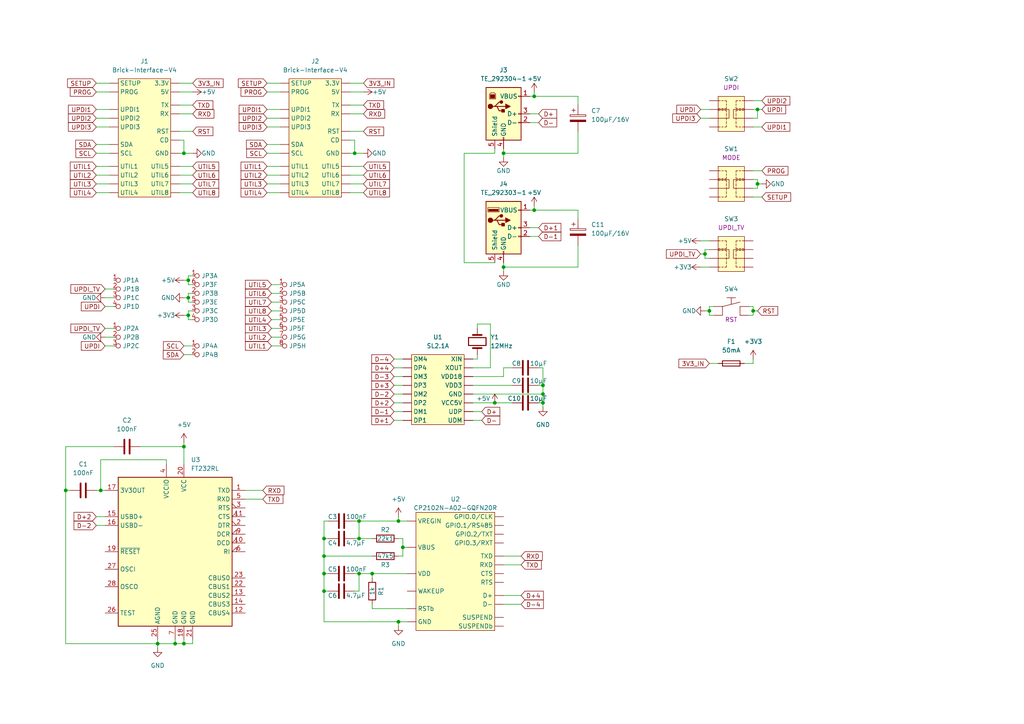
<source format=kicad_sch>
(kicad_sch (version 20211123) (generator eeschema)
  (paper "A4")
  (junction (at 157.48 114.3))
  (junction (at 50.8 186.69))
  (junction (at 102.87 44.45))
  (junction (at 146.05 77.47))
  (junction (at 154.94 27.94))
  (junction (at 53.34 129.54))
  (junction (at 54.61 91.44))
  (junction (at 104.14 166.37))
  (junction (at 219.71 31.75))
  (junction (at 143.51 116.84))
  (junction (at 107.95 166.37))
  (junction (at 93.98 161.29))
  (junction (at 93.98 156.21))
  (junction (at 115.57 180.34))
  (junction (at 53.34 44.45))
  (junction (at 115.57 151.13))
  (junction (at 154.94 60.96))
  (junction (at 54.61 81.28))
  (junction (at 45.72 186.69))
  (junction (at 204.47 73.66))
  (junction (at 104.14 156.21))
  (junction (at 54.61 86.36))
  (junction (at 116.84 158.75))
  (junction (at 93.98 166.37))
  (junction (at 53.34 186.69))
  (junction (at 104.14 151.13))
  (junction (at 93.98 171.45))
  (junction (at 157.48 111.76))
  (junction (at 205.74 90.17))
  (junction (at 146.05 44.45))
  (junction (at 29.21 142.24))
  (junction (at 219.71 53.34))
  (junction (at 19.05 142.24))
  (junction (at 157.48 116.84))
  (junction (at 218.44 90.17))
  (wire (pts (xy 218.44 90.17) (xy 218.44 91.44)))
  (wire (pts (xy 52.07 48.26) (xy 55.88 48.26)))
  (wire (pts (xy 78.74 92.71) (xy 81.28 92.71)))
  (wire (pts (xy 19.05 186.69) (xy 45.72 186.69)))
  (wire (pts (xy 71.12 144.78) (xy 76.2 144.78)))
  (wire (pts (xy 27.94 24.13) (xy 31.75 24.13)))
  (wire (pts (xy 93.98 156.21) (xy 93.98 161.29)))
  (wire (pts (xy 114.3 114.3) (xy 116.84 114.3)))
  (wire (pts (xy 205.74 72.39) (xy 204.47 72.39)))
  (wire (pts (xy 77.47 55.88) (xy 81.28 55.88)))
  (wire (pts (xy 118.11 166.37) (xy 107.95 166.37)))
  (wire (pts (xy 27.94 142.24) (xy 29.21 142.24)))
  (wire (pts (xy 114.3 121.92) (xy 116.84 121.92)))
  (wire (pts (xy 30.48 97.79) (xy 33.02 97.79)))
  (wire (pts (xy 53.34 186.69) (xy 55.88 186.69)))
  (wire (pts (xy 137.16 106.68) (xy 142.24 106.68)))
  (wire (pts (xy 30.48 86.36) (xy 33.02 86.36)))
  (wire (pts (xy 27.94 44.45) (xy 31.75 44.45)))
  (wire (pts (xy 45.72 185.42) (xy 45.72 186.69)))
  (wire (pts (xy 52.07 24.13) (xy 55.88 24.13)))
  (wire (pts (xy 115.57 161.29) (xy 116.84 161.29)))
  (wire (pts (xy 115.57 151.13) (xy 118.11 151.13)))
  (wire (pts (xy 53.34 44.45) (xy 55.88 44.45)))
  (wire (pts (xy 93.98 166.37) (xy 93.98 171.45)))
  (wire (pts (xy 77.47 53.34) (xy 81.28 53.34)))
  (wire (pts (xy 116.84 158.75) (xy 118.11 158.75)))
  (wire (pts (xy 219.71 52.07) (xy 218.44 52.07)))
  (wire (pts (xy 53.34 91.44) (xy 54.61 91.44)))
  (wire (pts (xy 53.34 185.42) (xy 53.34 186.69)))
  (wire (pts (xy 54.61 81.28) (xy 54.61 82.55)))
  (wire (pts (xy 167.64 38.1) (xy 167.64 44.45)))
  (wire (pts (xy 77.47 31.75) (xy 81.28 31.75)))
  (wire (pts (xy 53.34 100.33) (xy 55.88 100.33)))
  (wire (pts (xy 104.14 166.37) (xy 107.95 166.37)))
  (wire (pts (xy 52.07 26.67) (xy 55.88 26.67)))
  (wire (pts (xy 134.62 44.45) (xy 134.62 76.2)))
  (wire (pts (xy 27.94 36.83) (xy 31.75 36.83)))
  (wire (pts (xy 53.34 128.27) (xy 53.34 129.54)))
  (wire (pts (xy 215.9 105.41) (xy 218.44 105.41)))
  (wire (pts (xy 153.67 35.56) (xy 156.21 35.56)))
  (wire (pts (xy 27.94 55.88) (xy 31.75 55.88)))
  (wire (pts (xy 137.16 119.38) (xy 139.7 119.38)))
  (wire (pts (xy 218.44 49.53) (xy 220.98 49.53)))
  (wire (pts (xy 52.07 53.34) (xy 55.88 53.34)))
  (wire (pts (xy 55.88 87.63) (xy 54.61 87.63)))
  (wire (pts (xy 218.44 57.15) (xy 220.98 57.15)))
  (wire (pts (xy 207.01 88.9) (xy 205.74 88.9)))
  (wire (pts (xy 143.51 43.18) (xy 143.51 44.45)))
  (wire (pts (xy 78.74 100.33) (xy 81.28 100.33)))
  (wire (pts (xy 114.3 111.76) (xy 116.84 111.76)))
  (wire (pts (xy 52.07 50.8) (xy 55.88 50.8)))
  (wire (pts (xy 27.94 149.86) (xy 30.48 149.86)))
  (wire (pts (xy 52.07 44.45) (xy 53.34 44.45)))
  (wire (pts (xy 143.51 116.84) (xy 148.59 116.84)))
  (wire (pts (xy 55.88 82.55) (xy 54.61 82.55)))
  (wire (pts (xy 104.14 151.13) (xy 104.14 156.21)))
  (wire (pts (xy 137.16 114.3) (xy 157.48 114.3)))
  (wire (pts (xy 203.2 34.29) (xy 205.74 34.29)))
  (wire (pts (xy 138.43 93.98) (xy 138.43 95.25)))
  (wire (pts (xy 146.05 43.18) (xy 146.05 44.45)))
  (wire (pts (xy 52.07 33.02) (xy 55.88 33.02)))
  (wire (pts (xy 205.74 88.9) (xy 205.74 90.17)))
  (wire (pts (xy 167.64 44.45) (xy 146.05 44.45)))
  (wire (pts (xy 137.16 111.76) (xy 148.59 111.76)))
  (wire (pts (xy 146.05 77.47) (xy 146.05 78.74)))
  (wire (pts (xy 154.94 60.96) (xy 167.64 60.96)))
  (wire (pts (xy 102.87 171.45) (xy 104.14 171.45)))
  (wire (pts (xy 218.44 31.75) (xy 219.71 31.75)))
  (wire (pts (xy 220.98 53.34) (xy 219.71 53.34)))
  (wire (pts (xy 157.48 111.76) (xy 157.48 114.3)))
  (wire (pts (xy 203.2 77.47) (xy 205.74 77.47)))
  (wire (pts (xy 204.47 90.17) (xy 205.74 90.17)))
  (wire (pts (xy 101.6 48.26) (xy 105.41 48.26)))
  (wire (pts (xy 154.94 26.67) (xy 154.94 27.94)))
  (wire (pts (xy 20.32 142.24) (xy 19.05 142.24)))
  (wire (pts (xy 218.44 36.83) (xy 220.98 36.83)))
  (wire (pts (xy 27.94 53.34) (xy 31.75 53.34)))
  (wire (pts (xy 55.88 185.42) (xy 55.88 186.69)))
  (wire (pts (xy 93.98 166.37) (xy 95.25 166.37)))
  (wire (pts (xy 137.16 109.22) (xy 146.05 109.22)))
  (wire (pts (xy 45.72 186.69) (xy 50.8 186.69)))
  (wire (pts (xy 154.94 59.69) (xy 154.94 60.96)))
  (wire (pts (xy 102.87 151.13) (xy 104.14 151.13)))
  (wire (pts (xy 93.98 171.45) (xy 93.98 180.34)))
  (wire (pts (xy 93.98 161.29) (xy 107.95 161.29)))
  (wire (pts (xy 204.47 73.66) (xy 204.47 74.93)))
  (wire (pts (xy 217.17 91.44) (xy 218.44 91.44)))
  (wire (pts (xy 157.48 114.3) (xy 157.48 116.84)))
  (wire (pts (xy 53.34 129.54) (xy 53.34 134.62)))
  (wire (pts (xy 167.64 63.5) (xy 167.64 60.96)))
  (wire (pts (xy 54.61 91.44) (xy 54.61 92.71)))
  (wire (pts (xy 157.48 106.68) (xy 157.48 111.76)))
  (wire (pts (xy 54.61 85.09) (xy 54.61 86.36)))
  (wire (pts (xy 143.51 44.45) (xy 134.62 44.45)))
  (wire (pts (xy 101.6 24.13) (xy 105.41 24.13)))
  (wire (pts (xy 104.14 151.13) (xy 115.57 151.13)))
  (wire (pts (xy 134.62 76.2) (xy 143.51 76.2)))
  (wire (pts (xy 33.02 129.54) (xy 19.05 129.54)))
  (wire (pts (xy 157.48 116.84) (xy 157.48 118.11)))
  (wire (pts (xy 52.07 40.64) (xy 53.34 40.64)))
  (wire (pts (xy 29.21 142.24) (xy 30.48 142.24)))
  (wire (pts (xy 54.61 86.36) (xy 54.61 87.63)))
  (wire (pts (xy 101.6 33.02) (xy 105.41 33.02)))
  (wire (pts (xy 114.3 106.68) (xy 116.84 106.68)))
  (wire (pts (xy 52.07 30.48) (xy 55.88 30.48)))
  (wire (pts (xy 50.8 185.42) (xy 50.8 186.69)))
  (wire (pts (xy 55.88 90.17) (xy 54.61 90.17)))
  (wire (pts (xy 30.48 83.82) (xy 33.02 83.82)))
  (wire (pts (xy 27.94 26.67) (xy 31.75 26.67)))
  (wire (pts (xy 146.05 106.68) (xy 146.05 109.22)))
  (wire (pts (xy 101.6 40.64) (xy 102.87 40.64)))
  (wire (pts (xy 154.94 27.94) (xy 167.64 27.94)))
  (wire (pts (xy 30.48 100.33) (xy 33.02 100.33)))
  (wire (pts (xy 45.72 186.69) (xy 45.72 187.96)))
  (wire (pts (xy 156.21 106.68) (xy 157.48 106.68)))
  (wire (pts (xy 93.98 171.45) (xy 95.25 171.45)))
  (wire (pts (xy 52.07 55.88) (xy 55.88 55.88)))
  (wire (pts (xy 146.05 172.72) (xy 151.13 172.72)))
  (wire (pts (xy 207.01 91.44) (xy 205.74 91.44)))
  (wire (pts (xy 93.98 180.34) (xy 115.57 180.34)))
  (wire (pts (xy 78.74 82.55) (xy 81.28 82.55)))
  (wire (pts (xy 77.47 26.67) (xy 81.28 26.67)))
  (wire (pts (xy 77.47 34.29) (xy 81.28 34.29)))
  (wire (pts (xy 78.74 85.09) (xy 81.28 85.09)))
  (wire (pts (xy 27.94 152.4) (xy 30.48 152.4)))
  (wire (pts (xy 156.21 111.76) (xy 157.48 111.76)))
  (wire (pts (xy 77.47 41.91) (xy 81.28 41.91)))
  (wire (pts (xy 53.34 40.64) (xy 53.34 44.45)))
  (wire (pts (xy 48.26 134.62) (xy 48.26 133.35)))
  (wire (pts (xy 115.57 180.34) (xy 118.11 180.34)))
  (wire (pts (xy 153.67 60.96) (xy 154.94 60.96)))
  (wire (pts (xy 78.74 97.79) (xy 81.28 97.79)))
  (wire (pts (xy 114.3 119.38) (xy 116.84 119.38)))
  (wire (pts (xy 77.47 24.13) (xy 81.28 24.13)))
  (wire (pts (xy 101.6 26.67) (xy 105.41 26.67)))
  (wire (pts (xy 55.88 85.09) (xy 54.61 85.09)))
  (wire (pts (xy 218.44 34.29) (xy 219.71 34.29)))
  (wire (pts (xy 153.67 68.58) (xy 156.21 68.58)))
  (wire (pts (xy 48.26 133.35) (xy 29.21 133.35)))
  (wire (pts (xy 219.71 31.75) (xy 219.71 34.29)))
  (wire (pts (xy 77.47 36.83) (xy 81.28 36.83)))
  (wire (pts (xy 104.14 171.45) (xy 104.14 166.37)))
  (wire (pts (xy 137.16 116.84) (xy 143.51 116.84)))
  (wire (pts (xy 107.95 176.53) (xy 107.95 175.26)))
  (wire (pts (xy 138.43 102.87) (xy 138.43 104.14)))
  (wire (pts (xy 142.24 93.98) (xy 138.43 93.98)))
  (wire (pts (xy 55.88 92.71) (xy 54.61 92.71)))
  (wire (pts (xy 27.94 41.91) (xy 31.75 41.91)))
  (wire (pts (xy 52.07 38.1) (xy 55.88 38.1)))
  (wire (pts (xy 53.34 81.28) (xy 54.61 81.28)))
  (wire (pts (xy 101.6 53.34) (xy 105.41 53.34)))
  (wire (pts (xy 217.17 88.9) (xy 218.44 88.9)))
  (wire (pts (xy 116.84 161.29) (xy 116.84 158.75)))
  (wire (pts (xy 101.6 30.48) (xy 105.41 30.48)))
  (wire (pts (xy 115.57 149.86) (xy 115.57 151.13)))
  (wire (pts (xy 114.3 104.14) (xy 116.84 104.14)))
  (wire (pts (xy 101.6 38.1) (xy 105.41 38.1)))
  (wire (pts (xy 153.67 33.02) (xy 156.21 33.02)))
  (wire (pts (xy 116.84 156.21) (xy 116.84 158.75)))
  (wire (pts (xy 71.12 142.24) (xy 76.2 142.24)))
  (wire (pts (xy 95.25 151.13) (xy 93.98 151.13)))
  (wire (pts (xy 107.95 166.37) (xy 107.95 167.64)))
  (wire (pts (xy 142.24 106.68) (xy 142.24 93.98)))
  (wire (pts (xy 219.71 31.75) (xy 220.98 31.75)))
  (wire (pts (xy 118.11 176.53) (xy 107.95 176.53)))
  (wire (pts (xy 77.47 44.45) (xy 81.28 44.45)))
  (wire (pts (xy 203.2 73.66) (xy 204.47 73.66)))
  (wire (pts (xy 78.74 95.25) (xy 81.28 95.25)))
  (wire (pts (xy 153.67 66.04) (xy 156.21 66.04)))
  (wire (pts (xy 203.2 31.75) (xy 205.74 31.75)))
  (wire (pts (xy 102.87 44.45) (xy 105.41 44.45)))
  (wire (pts (xy 218.44 90.17) (xy 219.71 90.17)))
  (wire (pts (xy 115.57 180.34) (xy 115.57 181.61)))
  (wire (pts (xy 101.6 55.88) (xy 105.41 55.88)))
  (wire (pts (xy 218.44 29.21) (xy 220.98 29.21)))
  (wire (pts (xy 77.47 50.8) (xy 81.28 50.8)))
  (wire (pts (xy 219.71 53.34) (xy 219.71 54.61)))
  (wire (pts (xy 29.21 133.35) (xy 29.21 142.24)))
  (wire (pts (xy 53.34 102.87) (xy 55.88 102.87)))
  (wire (pts (xy 27.94 48.26) (xy 31.75 48.26)))
  (wire (pts (xy 55.88 80.01) (xy 54.61 80.01)))
  (wire (pts (xy 146.05 76.2) (xy 146.05 77.47)))
  (wire (pts (xy 148.59 106.68) (xy 146.05 106.68)))
  (wire (pts (xy 219.71 53.34) (xy 219.71 52.07)))
  (wire (pts (xy 40.64 129.54) (xy 53.34 129.54)))
  (wire (pts (xy 53.34 86.36) (xy 54.61 86.36)))
  (wire (pts (xy 93.98 156.21) (xy 95.25 156.21)))
  (wire (pts (xy 27.94 50.8) (xy 31.75 50.8)))
  (wire (pts (xy 30.48 95.25) (xy 33.02 95.25)))
  (wire (pts (xy 153.67 27.94) (xy 154.94 27.94)))
  (wire (pts (xy 78.74 87.63) (xy 81.28 87.63)))
  (wire (pts (xy 115.57 156.21) (xy 116.84 156.21)))
  (wire (pts (xy 102.87 156.21) (xy 104.14 156.21)))
  (wire (pts (xy 102.87 166.37) (xy 104.14 166.37)))
  (wire (pts (xy 19.05 129.54) (xy 19.05 142.24)))
  (wire (pts (xy 218.44 104.14) (xy 218.44 105.41)))
  (wire (pts (xy 54.61 90.17) (xy 54.61 91.44)))
  (wire (pts (xy 205.74 105.41) (xy 208.28 105.41)))
  (wire (pts (xy 205.74 74.93) (xy 204.47 74.93)))
  (wire (pts (xy 146.05 175.26) (xy 151.13 175.26)))
  (wire (pts (xy 137.16 104.14) (xy 138.43 104.14)))
  (wire (pts (xy 218.44 88.9) (xy 218.44 90.17)))
  (wire (pts (xy 167.64 71.12) (xy 167.64 77.47)))
  (wire (pts (xy 78.74 90.17) (xy 81.28 90.17)))
  (wire (pts (xy 146.05 163.83) (xy 151.13 163.83)))
  (wire (pts (xy 146.05 161.29) (xy 151.13 161.29)))
  (wire (pts (xy 93.98 151.13) (xy 93.98 156.21)))
  (wire (pts (xy 101.6 50.8) (xy 105.41 50.8)))
  (wire (pts (xy 102.87 40.64) (xy 102.87 44.45)))
  (wire (pts (xy 50.8 186.69) (xy 53.34 186.69)))
  (wire (pts (xy 156.21 116.84) (xy 157.48 116.84)))
  (wire (pts (xy 77.47 48.26) (xy 81.28 48.26)))
  (wire (pts (xy 19.05 142.24) (xy 19.05 186.69)))
  (wire (pts (xy 204.47 72.39) (xy 204.47 73.66)))
  (wire (pts (xy 167.64 77.47) (xy 146.05 77.47)))
  (wire (pts (xy 167.64 30.48) (xy 167.64 27.94)))
  (wire (pts (xy 146.05 44.45) (xy 146.05 45.72)))
  (wire (pts (xy 114.3 109.22) (xy 116.84 109.22)))
  (wire (pts (xy 104.14 156.21) (xy 107.95 156.21)))
  (wire (pts (xy 54.61 80.01) (xy 54.61 81.28)))
  (wire (pts (xy 27.94 34.29) (xy 31.75 34.29)))
  (wire (pts (xy 27.94 31.75) (xy 31.75 31.75)))
  (wire (pts (xy 93.98 161.29) (xy 93.98 166.37)))
  (wire (pts (xy 218.44 54.61) (xy 219.71 54.61)))
  (wire (pts (xy 101.6 44.45) (xy 102.87 44.45)))
  (wire (pts (xy 137.16 121.92) (xy 139.7 121.92)))
  (wire (pts (xy 30.48 88.9) (xy 33.02 88.9)))
  (wire (pts (xy 205.74 90.17) (xy 205.74 91.44)))
  (wire (pts (xy 203.2 69.85) (xy 205.74 69.85)))
  (wire (pts (xy 114.3 116.84) (xy 116.84 116.84)))
  (global_label "UTIL3" (shape input) (at 78.74 95.25 180) (property "Referenzen zwischen Schaltplänen" "${INTERSHEET_REFS}" (effects hide)))
  (global_label "SETUP" (shape input) (at 27.94 24.13 180) (property "Referenzen zwischen Schaltplänen" "${INTERSHEET_REFS}" (effects hide)))
  (global_label "UTIL4" (shape input) (at 77.47 55.88 180) (property "Referenzen zwischen Schaltplänen" "${INTERSHEET_REFS}" (effects hide)))
  (global_label "UTIL4" (shape input) (at 78.74 92.71 180) (property "Referenzen zwischen Schaltplänen" "${INTERSHEET_REFS}" (effects hide)))
  (global_label "UTIL6" (shape input) (at 105.41 50.8 0) (property "Referenzen zwischen Schaltplänen" "${INTERSHEET_REFS}" (effects hide)))
  (global_label "UTIL1" (shape input) (at 77.47 48.26 180) (property "Referenzen zwischen Schaltplänen" "${INTERSHEET_REFS}" (effects hide)))
  (global_label "UTIL1" (shape input) (at 78.74 100.33 180) (property "Referenzen zwischen Schaltplänen" "${INTERSHEET_REFS}" (effects hide)))
  (global_label "UPDI" (shape input) (at 30.48 100.33 180) (property "Referenzen zwischen Schaltplänen" "${INTERSHEET_REFS}" (effects hide)))
  (global_label "SDA" (shape input) (at 27.94 41.91 180) (property "Referenzen zwischen Schaltplänen" "${INTERSHEET_REFS}" (effects hide)))
  (global_label "UPDI" (shape input) (at 30.48 88.9 180) (property "Referenzen zwischen Schaltplänen" "${INTERSHEET_REFS}" (effects hide)))
  (global_label "UTIL5" (shape input) (at 55.88 48.26 0) (property "Referenzen zwischen Schaltplänen" "${INTERSHEET_REFS}" (effects hide)))
  (global_label "SETUP" (shape input) (at 220.98 57.15 0) (property "Referenzen zwischen Schaltplänen" "${INTERSHEET_REFS}" (effects hide)))
  (global_label "RXD" (shape input) (at 105.41 33.02 0) (property "Referenzen zwischen Schaltplänen" "${INTERSHEET_REFS}" (effects hide)))
  (global_label "3V3_IN" (shape input) (at 205.74 105.41 180) (property "Referenzen zwischen Schaltplänen" "${INTERSHEET_REFS}" (effects hide)))
  (global_label "UTIL5" (shape input) (at 78.74 82.55 180) (property "Referenzen zwischen Schaltplänen" "${INTERSHEET_REFS}" (effects hide)))
  (global_label "TXD" (shape input) (at 105.41 30.48 0) (property "Referenzen zwischen Schaltplänen" "${INTERSHEET_REFS}" (effects hide)))
  (global_label "SCL" (shape input) (at 27.94 44.45 180) (property "Referenzen zwischen Schaltplänen" "${INTERSHEET_REFS}" (effects hide)))
  (global_label "D-1" (shape input) (at 156.21 68.58 0) (property "Referenzen zwischen Schaltplänen" "${INTERSHEET_REFS}" (effects hide)))
  (global_label "D+4" (shape input) (at 151.13 172.72 0) (property "Referenzen zwischen Schaltplänen" "${INTERSHEET_REFS}" (effects hide)))
  (global_label "TXD" (shape input) (at 151.13 163.83 0) (property "Referenzen zwischen Schaltplänen" "${INTERSHEET_REFS}" (effects hide)))
  (global_label "PROG" (shape input) (at 77.47 26.67 180) (property "Referenzen zwischen Schaltplänen" "${INTERSHEET_REFS}" (effects hide)))
  (global_label "UPDI_TV" (shape input) (at 30.48 95.25 180) (property "Referenzen zwischen Schaltplänen" "${INTERSHEET_REFS}" (effects hide)))
  (global_label "RST" (shape input) (at 219.71 90.17 0) (property "Referenzen zwischen Schaltplänen" "${INTERSHEET_REFS}" (effects hide)))
  (global_label "UTIL6" (shape input) (at 78.74 85.09 180) (property "Referenzen zwischen Schaltplänen" "${INTERSHEET_REFS}" (effects hide)))
  (global_label "D-" (shape input) (at 156.21 35.56 0) (property "Referenzen zwischen Schaltplänen" "${INTERSHEET_REFS}" (effects hide)))
  (global_label "RXD" (shape input) (at 76.2 142.24 0) (property "Referenzen zwischen Schaltplänen" "${INTERSHEET_REFS}" (effects hide)))
  (global_label "UTIL8" (shape input) (at 55.88 55.88 0) (property "Referenzen zwischen Schaltplänen" "${INTERSHEET_REFS}" (effects hide)))
  (global_label "TXD" (shape input) (at 76.2 144.78 0) (property "Referenzen zwischen Schaltplänen" "${INTERSHEET_REFS}" (effects hide)))
  (global_label "UPDI3" (shape input) (at 27.94 36.83 180) (property "Referenzen zwischen Schaltplänen" "${INTERSHEET_REFS}" (effects hide)))
  (global_label "UTIL3" (shape input) (at 27.94 53.34 180) (property "Referenzen zwischen Schaltplänen" "${INTERSHEET_REFS}" (effects hide)))
  (global_label "UTIL2" (shape input) (at 27.94 50.8 180) (property "Referenzen zwischen Schaltplänen" "${INTERSHEET_REFS}" (effects hide)))
  (global_label "3V3_IN" (shape input) (at 55.88 24.13 0) (property "Referenzen zwischen Schaltplänen" "${INTERSHEET_REFS}" (effects hide)))
  (global_label "UPDI1" (shape input) (at 220.98 36.83 0) (property "Referenzen zwischen Schaltplänen" "${INTERSHEET_REFS}" (effects hide)))
  (global_label "UPDI3" (shape input) (at 77.47 36.83 180) (property "Referenzen zwischen Schaltplänen" "${INTERSHEET_REFS}" (effects hide)))
  (global_label "UTIL7" (shape input) (at 78.74 87.63 180) (property "Referenzen zwischen Schaltplänen" "${INTERSHEET_REFS}" (effects hide)))
  (global_label "UTIL7" (shape input) (at 105.41 53.34 0) (property "Referenzen zwischen Schaltplänen" "${INTERSHEET_REFS}" (effects hide)))
  (global_label "D-2" (shape input) (at 114.3 114.3 180) (property "Referenzen zwischen Schaltplänen" "${INTERSHEET_REFS}" (effects hide)))
  (global_label "UPDI1" (shape input) (at 27.94 31.75 180) (property "Referenzen zwischen Schaltplänen" "${INTERSHEET_REFS}" (effects hide)))
  (global_label "UPDI" (shape input) (at 203.2 31.75 180) (property "Referenzen zwischen Schaltplänen" "${INTERSHEET_REFS}" (effects hide)))
  (global_label "D-1" (shape input) (at 114.3 119.38 180) (property "Referenzen zwischen Schaltplänen" "${INTERSHEET_REFS}" (effects hide)))
  (global_label "D+3" (shape input) (at 114.3 111.76 180) (property "Referenzen zwischen Schaltplänen" "${INTERSHEET_REFS}" (effects hide)))
  (global_label "UPDI2" (shape input) (at 27.94 34.29 180) (property "Referenzen zwischen Schaltplänen" "${INTERSHEET_REFS}" (effects hide)))
  (global_label "SDA" (shape input) (at 77.47 41.91 180) (property "Referenzen zwischen Schaltplänen" "${INTERSHEET_REFS}" (effects hide)))
  (global_label "3V3_IN" (shape input) (at 105.41 24.13 0) (property "Referenzen zwischen Schaltplänen" "${INTERSHEET_REFS}" (effects hide)))
  (global_label "UPDI2" (shape input) (at 77.47 34.29 180) (property "Referenzen zwischen Schaltplänen" "${INTERSHEET_REFS}" (effects hide)))
  (global_label "UPDI1" (shape input) (at 77.47 31.75 180) (property "Referenzen zwischen Schaltplänen" "${INTERSHEET_REFS}" (effects hide)))
  (global_label "D-" (shape input) (at 139.7 121.92 0) (property "Referenzen zwischen Schaltplänen" "${INTERSHEET_REFS}" (effects hide)))
  (global_label "UPDI_TV" (shape input) (at 203.2 73.66 180) (property "Referenzen zwischen Schaltplänen" "${INTERSHEET_REFS}" (effects hide)))
  (global_label "D-3" (shape input) (at 114.3 109.22 180) (property "Referenzen zwischen Schaltplänen" "${INTERSHEET_REFS}" (effects hide)))
  (global_label "RXD" (shape input) (at 151.13 161.29 0) (property "Referenzen zwischen Schaltplänen" "${INTERSHEET_REFS}" (effects hide)))
  (global_label "D+1" (shape input) (at 156.21 66.04 0) (property "Referenzen zwischen Schaltplänen" "${INTERSHEET_REFS}" (effects hide)))
  (global_label "UPDI3" (shape input) (at 203.2 34.29 180) (property "Referenzen zwischen Schaltplänen" "${INTERSHEET_REFS}" (effects hide)))
  (global_label "D-2" (shape input) (at 27.94 152.4 180) (property "Referenzen zwischen Schaltplänen" "${INTERSHEET_REFS}" (effects hide)))
  (global_label "PROG" (shape input) (at 27.94 26.67 180) (property "Referenzen zwischen Schaltplänen" "${INTERSHEET_REFS}" (effects hide)))
  (global_label "SCL" (shape input) (at 53.34 100.33 180) (property "Referenzen zwischen Schaltplänen" "${INTERSHEET_REFS}" (effects hide)))
  (global_label "D+" (shape input) (at 139.7 119.38 0) (property "Referenzen zwischen Schaltplänen" "${INTERSHEET_REFS}" (effects hide)))
  (global_label "D+2" (shape input) (at 114.3 116.84 180) (property "Referenzen zwischen Schaltplänen" "${INTERSHEET_REFS}" (effects hide)))
  (global_label "SETUP" (shape input) (at 77.47 24.13 180) (property "Referenzen zwischen Schaltplänen" "${INTERSHEET_REFS}" (effects hide)))
  (global_label "D+4" (shape input) (at 114.3 106.68 180) (property "Referenzen zwischen Schaltplänen" "${INTERSHEET_REFS}" (effects hide)))
  (global_label "UTIL4" (shape input) (at 27.94 55.88 180) (property "Referenzen zwischen Schaltplänen" "${INTERSHEET_REFS}" (effects hide)))
  (global_label "RST" (shape input) (at 105.41 38.1 0) (property "Referenzen zwischen Schaltplänen" "${INTERSHEET_REFS}" (effects hide)))
  (global_label "UTIL8" (shape input) (at 78.74 90.17 180) (property "Referenzen zwischen Schaltplänen" "${INTERSHEET_REFS}" (effects hide)))
  (global_label "UTIL8" (shape input) (at 105.41 55.88 0) (property "Referenzen zwischen Schaltplänen" "${INTERSHEET_REFS}" (effects hide)))
  (global_label "D-4" (shape input) (at 114.3 104.14 180) (property "Referenzen zwischen Schaltplänen" "${INTERSHEET_REFS}" (effects hide)))
  (global_label "D+" (shape input) (at 156.21 33.02 0) (property "Referenzen zwischen Schaltplänen" "${INTERSHEET_REFS}" (effects hide)))
  (global_label "SCL" (shape input) (at 77.47 44.45 180) (property "Referenzen zwischen Schaltplänen" "${INTERSHEET_REFS}" (effects hide)))
  (global_label "UTIL3" (shape input) (at 77.47 53.34 180) (property "Referenzen zwischen Schaltplänen" "${INTERSHEET_REFS}" (effects hide)))
  (global_label "UTIL7" (shape input) (at 55.88 53.34 0) (property "Referenzen zwischen Schaltplänen" "${INTERSHEET_REFS}" (effects hide)))
  (global_label "UPDI" (shape input) (at 220.98 31.75 0) (property "Referenzen zwischen Schaltplänen" "${INTERSHEET_REFS}" (effects hide)))
  (global_label "PROG" (shape input) (at 220.98 49.53 0) (property "Referenzen zwischen Schaltplänen" "${INTERSHEET_REFS}" (effects hide)))
  (global_label "D-4" (shape input) (at 151.13 175.26 0) (property "Referenzen zwischen Schaltplänen" "${INTERSHEET_REFS}" (effects hide)))
  (global_label "TXD" (shape input) (at 55.88 30.48 0) (property "Referenzen zwischen Schaltplänen" "${INTERSHEET_REFS}" (effects hide)))
  (global_label "UPDI2" (shape input) (at 220.98 29.21 0) (property "Referenzen zwischen Schaltplänen" "${INTERSHEET_REFS}" (effects hide)))
  (global_label "UPDI_TV" (shape input) (at 30.48 83.82 180) (property "Referenzen zwischen Schaltplänen" "${INTERSHEET_REFS}" (effects hide)))
  (global_label "RST" (shape input) (at 55.88 38.1 0) (property "Referenzen zwischen Schaltplänen" "${INTERSHEET_REFS}" (effects hide)))
  (global_label "SDA" (shape input) (at 53.34 102.87 180) (property "Referenzen zwischen Schaltplänen" "${INTERSHEET_REFS}" (effects hide)))
  (global_label "UTIL1" (shape input) (at 27.94 48.26 180) (property "Referenzen zwischen Schaltplänen" "${INTERSHEET_REFS}" (effects hide)))
  (global_label "D+1" (shape input) (at 114.3 121.92 180) (property "Referenzen zwischen Schaltplänen" "${INTERSHEET_REFS}" (effects hide)))
  (global_label "UTIL2" (shape input) (at 78.74 97.79 180) (property "Referenzen zwischen Schaltplänen" "${INTERSHEET_REFS}" (effects hide)))
  (global_label "UTIL5" (shape input) (at 105.41 48.26 0) (property "Referenzen zwischen Schaltplänen" "${INTERSHEET_REFS}" (effects hide)))
  (global_label "UTIL2" (shape input) (at 77.47 50.8 180) (property "Referenzen zwischen Schaltplänen" "${INTERSHEET_REFS}" (effects hide)))
  (global_label "UTIL6" (shape input) (at 55.88 50.8 0) (property "Referenzen zwischen Schaltplänen" "${INTERSHEET_REFS}" (effects hide)))
  (global_label "D+2" (shape input) (at 27.94 149.86 180) (property "Referenzen zwischen Schaltplänen" "${INTERSHEET_REFS}" (effects hide)))
  (global_label "RXD" (shape input) (at 55.88 33.02 0) (property "Referenzen zwischen Schaltplänen" "${INTERSHEET_REFS}" (effects hide)))
  (symbol (lib_id "Device:C") (at 152.4 116.84 90) (unit 1)
    (property "Reference" "C10" (at 151.13 115.57 90) (effects (justify left)))
    (property "Value" "10µF" (at 153.67 115.57 90) (effects (justify right)))
    (property "Footprint" "Capacitor_SMD:C_0805_2012Metric" (effects hide))
  )
  (symbol (lib_id "Device:R") (at 111.76 161.29 270) (unit 1)
    (property "Reference" "R3" (at 111.76 163.83 90))
    (property "Value" "47k5" (at 111.76 161.29 90))
    (property "Footprint" "Resistor_SMD:R_0805_2012Metric" (effects hide))
  )
  (symbol (lib_id "Device:C") (at 24.13 142.24 90) (unit 1)
    (property "Reference" "C1" (at 24.13 134.62 90))
    (property "Value" "100nF" (at 24.13 137.16 90))
    (property "Footprint" "Capacitor_SMD:C_0805_2012Metric" (effects hide))
  )
  (symbol (lib_id "Device:C") (at 36.83 129.54 90) (unit 1)
    (property "Reference" "C2" (at 36.83 121.92 90))
    (property "Value" "100nF" (at 36.83 124.46 90))
    (property "Footprint" "Capacitor_SMD:C_0805_2012Metric" (effects hide))
  )
  (symbol (lib_id "no_pinhd:PINHD_1X03") (at 34.29 97.79 0) (unit 2)
    (property "Reference" "JP2" (at 35.56 97.7899 0) (effects (justify left)))
    (property "Value" "PINHD_1X03" (effects hide))
    (property "Footprint" "no_pinhd:PINHD_1X03_2.54_1mm_Round" (effects hide))
    (property "Desc" "UPDI" (effects hide))
    (property "Reference" "JP2" (effects hide))
    (property "Value" "PINHD_1X03" (effects hide))
  )
  (symbol (lib_id "power:+5V") (at 53.34 81.28 90) (unit 1)
    (property "Reference" "#PWR011" (effects hide))
    (property "Value" "+5V" (at 50.8 81.28 90) (effects (justify left)))
  )
  (symbol (lib_id "Device:C") (at 152.4 106.68 90) (unit 1)
    (property "Reference" "C8" (at 151.13 105.41 90) (effects (justify left)))
    (property "Value" "10µF" (at 153.67 105.41 90) (effects (justify right)))
    (property "Footprint" "Capacitor_SMD:C_0805_2012Metric" (effects hide))
  )
  (symbol (lib_id "Device:C") (at 99.06 156.21 90) (unit 1)
    (property "Reference" "C4" (at 97.79 157.48 90) (effects (justify left)))
    (property "Value" "4.7µF" (at 100.33 157.48 90) (effects (justify right)))
    (property "Footprint" "Capacitor_SMD:C_0805_2012Metric" (effects hide))
  )
  (symbol (lib_id "no_pinhd:PINHD_1X04") (at 34.29 88.9 0) (unit 4)
    (property "Reference" "JP1" (at 35.56 88.8999 0) (effects (justify left)))
    (property "Value" "PINHD_1X04" (effects hide))
    (property "Footprint" "no_pinhd:PINHD_1X04_2.54_1mm_Round" (effects hide))
    (property "Desc" "PICKIT4" (effects hide))
    (property "Reference" "JP1" (effects hide))
    (property "Value" "PINHD_1X04" (effects hide))
  )
  (symbol (lib_id "power:GND") (at 157.48 118.11 0) (unit 1)
    (property "Reference" "#PWR06" (effects hide))
    (property "Value" "GND" (at 157.48 123.19 0))
  )
  (symbol (lib_id "power:+5V") (at 154.94 26.67 0) (unit 1)
    (property "Reference" "#PWR016" (effects hide))
    (property "Value" "+5V" (at 154.94 22.86 0))
  )
  (symbol (lib_id "power:+5V") (at 105.41 26.67 270) (unit 1)
    (property "Reference" "#PWR0103" (effects hide))
    (property "Value" "+5V" (at 107.95 26.67 90) (effects (justify left)))
  )
  (symbol (lib_id "power:GND") (at 45.72 187.96 0) (unit 1)
    (property "Reference" "#PWR0104" (effects hide))
    (property "Value" "GND" (at 45.72 193.04 0))
  )
  (symbol (lib_id "no_pinhd:PINHD_1X03") (at 34.29 100.33 0) (unit 3)
    (property "Reference" "JP2" (at 35.56 100.3299 0) (effects (justify left)))
    (property "Value" "PINHD_1X03" (effects hide))
    (property "Footprint" "no_pinhd:PINHD_1X03_2.54_1mm_Round" (effects hide))
    (property "Desc" "UPDI" (effects hide))
    (property "Reference" "JP2" (effects hide))
    (property "Value" "PINHD_1X03" (effects hide))
  )
  (symbol (lib_id "no_pinhd:PINHD_2X04") (at 82.55 95.25 0) (unit 6)
    (property "Reference" "JP5" (at 83.82 95.2499 0) (effects (justify left)))
    (property "Value" "PINHD_2X04" (effects hide))
    (property "Footprint" "no_pinhd:PINHD_2X04_2.54_1mm_Round" (effects hide))
    (property "Desc" "UTIL_OUT" (effects hide))
    (property "Reference" "JP5" (effects hide))
    (property "Value" "PINHD_2X04" (effects hide))
  )
  (symbol (lib_id "power:+5V") (at 154.94 59.69 0) (unit 1)
    (property "Reference" "#PWR017" (effects hide))
    (property "Value" "+5V" (at 154.94 55.88 0))
  )
  (symbol (lib_id "no_pinhd:PINHD_1x02") (at 57.15 102.87 0) (unit 2)
    (property "Reference" "JP4" (at 58.42 102.8699 0) (effects (justify left)))
    (property "Value" "PINHD_1x02" (effects hide))
    (property "Footprint" "no_pinhd:PINHD_1X02_2.54_1mm_Round" (effects hide))
    (property "Desc" "I2C_OUT" (effects hide))
    (property "Reference" "JP4" (effects hide))
    (property "Value" "PINHD_1x02" (effects hide))
  )
  (symbol (lib_id "no_brick_interface:Brick-Interface-V4") (at 41.91 40.64 0) (unit 1)
    (property "Reference" "J1" (at 41.91 17.78 0))
    (property "Value" "Brick-Interface-V4" (at 41.91 20.32 0))
    (property "Footprint" "no_brick_interface:Brick_Interface_V4_iside" (effects hide))
  )
  (symbol (lib_id "power:GND") (at 146.05 45.72 0) (unit 1)
    (property "Reference" "#PWR014" (effects hide))
    (property "Value" "GND" (at 146.05 49.53 0))
  )
  (symbol (lib_id "no_pinhd:PINHD_2X03") (at 57.15 85.09 0) (unit 2)
    (property "Reference" "JP3" (at 58.42 85.0899 0) (effects (justify left)))
    (property "Value" "PINHD_2X03" (effects hide))
    (property "Footprint" "no_pinhd:PINHD_2X03_2.54_1mm_Round" (effects hide))
    (property "Desc" "POWER_OUT" (effects hide))
    (property "Reference" "JP3" (effects hide))
    (property "Value" "PINHD_2X03" (effects hide))
  )
  (symbol (lib_id "no_common:K3-2336S-F1") (at 212.09 73.66 0) (unit 1)
    (property "Reference" "SW3" (at 212.09 63.5 0))
    (property "Value" "K3-2336S-F1" (effects hide))
    (property "Footprint" "no_common:K3-2336S-F1" (effects hide))
    (property "Desc" "UPDI_TV" (at 212.09 66.04 0))
  )
  (symbol (lib_id "power:GND") (at 55.88 44.45 90) (unit 1)
    (property "Reference" "#PWR02" (effects hide))
    (property "Value" "GND" (at 58.42 44.45 90) (effects (justify right)))
  )
  (symbol (lib_id "no_pinhd:PINHD_1X04") (at 34.29 83.82 0) (unit 2)
    (property "Reference" "JP1" (at 35.56 83.8199 0) (effects (justify left)))
    (property "Value" "PINHD_1X04" (effects hide))
    (property "Footprint" "no_pinhd:PINHD_1X04_2.54_1mm_Round" (effects hide))
    (property "Desc" "PICKIT4" (effects hide))
    (property "Reference" "JP1" (effects hide))
    (property "Value" "PINHD_1X04" (effects hide))
  )
  (symbol (lib_id "Device:R") (at 111.76 156.21 90) (unit 1)
    (property "Reference" "R2" (at 111.76 153.67 90))
    (property "Value" "22k1" (at 111.76 156.21 90))
    (property "Footprint" "Resistor_SMD:R_0805_2012Metric" (effects hide))
  )
  (symbol (lib_id "Device:C") (at 99.06 171.45 90) (unit 1)
    (property "Reference" "C6" (at 97.79 172.72 90) (effects (justify left)))
    (property "Value" "4.7µF" (at 100.33 172.72 90) (effects (justify right)))
    (property "Footprint" "Capacitor_SMD:C_0805_2012Metric" (effects hide))
  )
  (symbol (lib_id "power:GND") (at 30.48 86.36 270) (unit 1)
    (property "Reference" "#PWR08" (effects hide))
    (property "Value" "GND" (at 27.94 86.36 90) (effects (justify right)))
  )
  (symbol (lib_id "no_common:K3-2336S-F1") (at 212.09 33.02 0) (unit 1)
    (property "Reference" "SW2" (at 212.09 22.86 0))
    (property "Value" "K3-2336S-F1" (effects hide))
    (property "Footprint" "no_common:K3-2336S-F1" (effects hide))
    (property "Desc" "UPDI" (at 212.09 25.4 0))
  )
  (symbol (lib_id "power:GND") (at 105.41 44.45 90) (unit 1)
    (property "Reference" "#PWR0101" (effects hide))
    (property "Value" "GND" (at 107.95 44.45 90) (effects (justify right)))
  )
  (symbol (lib_id "Device:C_Polarized") (at 167.64 67.31 0) (unit 1)
    (property "Reference" "C11" (at 171.45 65.1509 0) (effects (justify left)))
    (property "Value" "100µF/16V" (at 171.45 67.6909 0) (effects (justify left)))
    (property "Footprint" "Capacitor_SMD:CP_Elec_5x5.4" (effects hide))
  )
  (symbol (lib_id "power:+5V") (at 55.88 26.67 270) (unit 1)
    (property "Reference" "#PWR01" (effects hide))
    (property "Value" "+5V" (at 58.42 26.67 90) (effects (justify left)))
  )
  (symbol (lib_id "no_pinhd:PINHD_1X03") (at 34.29 95.25 0) (unit 1)
    (property "Reference" "JP2" (at 35.56 95.2499 0) (effects (justify left)))
    (property "Value" "PINHD_1X03" (effects hide))
    (property "Footprint" "no_pinhd:PINHD_1X03_2.54_1mm_Round" (effects hide))
    (property "Desc" "UPDI" (effects hide))
    (property "Reference" "JP2" (effects hide))
    (property "Value" "PINHD_1X03" (effects hide))
  )
  (symbol (lib_id "no_pinhd:PINHD_1X04") (at 34.29 81.28 0) (unit 1)
    (property "Reference" "JP1" (at 35.56 81.2799 0) (effects (justify left)))
    (property "Value" "PINHD_1X04" (effects hide))
    (property "Footprint" "no_pinhd:PINHD_1X04_2.54_1mm_Round" (effects hide))
    (property "Desc" "PICKIT4" (effects hide))
    (property "Reference" "JP1" (effects hide))
    (property "Value" "PINHD_1X04" (effects hide))
  )
  (symbol (lib_id "Device:R") (at 107.95 171.45 0) (unit 1)
    (property "Reference" "R1" (at 110.49 171.45 90))
    (property "Value" "1k" (at 107.95 171.45 90))
    (property "Footprint" "Resistor_SMD:R_0805_2012Metric" (effects hide))
  )
  (symbol (lib_id "no_pinhd:PINHD_2X04") (at 82.55 92.71 0) (unit 5)
    (property "Reference" "JP5" (at 83.82 92.7099 0) (effects (justify left)))
    (property "Value" "PINHD_2X04" (effects hide))
    (property "Footprint" "no_pinhd:PINHD_2X04_2.54_1mm_Round" (effects hide))
    (property "Desc" "UTIL_OUT" (effects hide))
    (property "Reference" "JP5" (effects hide))
    (property "Value" "PINHD_2X04" (effects hide))
  )
  (symbol (lib_id "power:+3V3") (at 203.2 77.47 90) (unit 1)
    (property "Reference" "#PWR07" (effects hide))
    (property "Value" "+3V3" (at 200.66 77.47 90) (effects (justify left)))
  )
  (symbol (lib_id "power:+5V") (at 143.51 116.84 0) (unit 1)
    (property "Reference" "#PWR05" (effects hide))
    (property "Value" "+5V" (at 142.24 115.57 0) (effects (justify right)))
  )
  (symbol (lib_id "power:GND") (at 146.05 78.74 0) (unit 1)
    (property "Reference" "#PWR015" (effects hide))
    (property "Value" "GND" (at 146.05 82.55 0))
  )
  (symbol (lib_id "no_pinhd:PINHD_2X04") (at 82.55 90.17 0) (unit 4)
    (property "Reference" "JP5" (at 83.82 90.1699 0) (effects (justify left)))
    (property "Value" "PINHD_2X04" (effects hide))
    (property "Footprint" "no_pinhd:PINHD_2X04_2.54_1mm_Round" (effects hide))
    (property "Desc" "UTIL_OUT" (effects hide))
    (property "Reference" "JP5" (effects hide))
    (property "Value" "PINHD_2X04" (effects hide))
  )
  (symbol (lib_id "power:GND") (at 204.47 90.17 270) (unit 1)
    (property "Reference" "#PWR04" (effects hide))
    (property "Value" "GND" (at 201.93 90.17 90) (effects (justify right)))
  )
  (symbol (lib_id "no_common:TE_292303-1") (at 146.05 66.04 0) (unit 1)
    (property "Reference" "J4" (at 146.05 53.34 0))
    (property "Value" "TE_292303-1" (at 146.05 55.88 0))
    (property "Footprint" "Connector_USB:USB_A_Stewart_SS-52100-001_Horizontal" (effects hide))
  )
  (symbol (lib_name "Brick-Interface-V4_1") (lib_id "no_brick_interface:Brick-Interface-V4") (at 91.44 40.64 0) (unit 1)
    (property "Reference" "J2" (at 91.44 17.78 0))
    (property "Value" "Brick-Interface-V4" (at 91.44 20.32 0))
    (property "Footprint" "no_brick_interface:Brick_Interface_V4_iside_straddle" (effects hide))
  )
  (symbol (lib_id "power:+5V") (at 53.34 128.27 0) (unit 1)
    (property "Reference" "#PWR0105" (effects hide))
    (property "Value" "+5V" (at 53.34 123.19 0))
  )
  (symbol (lib_id "no_pinhd:PINHD_2X03") (at 57.15 82.55 0) (unit 6)
    (property "Reference" "JP3" (at 58.42 82.5499 0) (effects (justify left)))
    (property "Value" "PINHD_2X03" (effects hide))
    (property "Footprint" "no_pinhd:PINHD_2X03_2.54_1mm_Round" (effects hide))
    (property "Desc" "POWER_OUT" (effects hide))
    (property "Reference" "JP3" (effects hide))
    (property "Value" "PINHD_2X03" (effects hide))
  )
  (symbol (lib_id "power:GND") (at 30.48 97.79 270) (unit 1)
    (property "Reference" "#PWR010" (effects hide))
    (property "Value" "GND" (at 27.94 97.79 90) (effects (justify right)))
  )
  (symbol (lib_id "no_common:SL2.1A") (at 127 113.03 0) (unit 1)
    (property "Reference" "U1" (at 127 97.79 0))
    (property "Value" "SL2.1A" (at 127 100.33 0))
    (property "Footprint" "Package_SO:SOP-16_3.9x9.9mm_P1.27mm" (effects hide))
  )
  (symbol (lib_id "Device:C") (at 99.06 166.37 90) (unit 1)
    (property "Reference" "C5" (at 97.79 165.1 90) (effects (justify left)))
    (property "Value" "100nF" (at 100.33 165.1 90) (effects (justify right)))
    (property "Footprint" "Capacitor_SMD:C_0805_2012Metric" (effects hide))
  )
  (symbol (lib_id "no_pinhd:PINHD_2X03") (at 57.15 90.17 0) (unit 3)
    (property "Reference" "JP3" (at 58.42 90.1699 0) (effects (justify left)))
    (property "Value" "PINHD_2X03" (effects hide))
    (property "Footprint" "no_pinhd:PINHD_2X03_2.54_1mm_Round" (effects hide))
    (property "Desc" "POWER_OUT" (effects hide))
    (property "Reference" "JP3" (effects hide))
    (property "Value" "PINHD_2X03" (effects hide))
  )
  (symbol (lib_id "no_pinhd:PINHD_2X04") (at 82.55 87.63 0) (unit 3)
    (property "Reference" "JP5" (at 83.82 87.6299 0) (effects (justify left)))
    (property "Value" "PINHD_2X04" (effects hide))
    (property "Footprint" "no_pinhd:PINHD_2X04_2.54_1mm_Round" (effects hide))
    (property "Desc" "UTIL_OUT" (effects hide))
    (property "Reference" "JP5" (effects hide))
    (property "Value" "PINHD_2X04" (effects hide))
  )
  (symbol (lib_id "power:+3V3") (at 218.44 104.14 0) (unit 1)
    (property "Reference" "#PWR0102" (effects hide))
    (property "Value" "+3V3" (at 218.44 99.06 0))
  )
  (symbol (lib_id "Device:C_Polarized") (at 167.64 34.29 0) (unit 1)
    (property "Reference" "C7" (at 171.45 32.1309 0) (effects (justify left)))
    (property "Value" "100µF/16V" (at 171.45 34.6709 0) (effects (justify left)))
    (property "Footprint" "Capacitor_SMD:CP_Elec_5x5.4" (effects hide))
  )
  (symbol (lib_id "no_pinhd:PINHD_1X04") (at 34.29 86.36 0) (unit 3)
    (property "Reference" "JP1" (at 35.56 86.3599 0) (effects (justify left)))
    (property "Value" "PINHD_1X04" (effects hide))
    (property "Footprint" "no_pinhd:PINHD_1X04_2.54_1mm_Round" (effects hide))
    (property "Desc" "PICKIT4" (effects hide))
    (property "Reference" "JP1" (effects hide))
    (property "Value" "PINHD_1X04" (effects hide))
  )
  (symbol (lib_id "power:GND") (at 53.34 86.36 270) (unit 1)
    (property "Reference" "#PWR012" (effects hide))
    (property "Value" "GND" (at 50.8 86.36 90) (effects (justify right)))
  )
  (symbol (lib_id "no_pinhd:PINHD_2X03") (at 57.15 92.71 0) (unit 4)
    (property "Reference" "JP3" (at 58.42 92.7099 0) (effects (justify left)))
    (property "Value" "PINHD_2X03" (effects hide))
    (property "Footprint" "no_pinhd:PINHD_2X03_2.54_1mm_Round" (effects hide))
    (property "Desc" "POWER_OUT" (effects hide))
    (property "Reference" "JP3" (effects hide))
    (property "Value" "PINHD_2X03" (effects hide))
  )
  (symbol (lib_id "no_common:CP2102N-A02-GQFN20R") (at 132.08 165.1 0) (unit 1)
    (property "Reference" "U2" (at 132.08 144.78 0))
    (property "Value" "CP2102N-A02-GQFN20R" (at 132.08 147.32 0))
    (property "Footprint" "no_common:QFN20" (effects hide))
  )
  (symbol (lib_id "no_pinhd:PINHD_1x02") (at 57.15 100.33 0) (unit 1)
    (property "Reference" "JP4" (at 58.42 100.3299 0) (effects (justify left)))
    (property "Value" "PINHD_1x02" (effects hide))
    (property "Footprint" "no_pinhd:PINHD_1X02_2.54_1mm_Round" (effects hide))
    (property "Desc" "I2C_OUT" (effects hide))
    (property "Reference" "JP4" (effects hide))
    (property "Value" "PINHD_1x02" (effects hide))
  )
  (symbol (lib_id "power:+5V") (at 203.2 69.85 90) (unit 1)
    (property "Reference" "#PWR09" (effects hide))
    (property "Value" "+5V" (at 200.66 69.85 90) (effects (justify left)))
  )
  (symbol (lib_id "no_pinhd:PINHD_2X04") (at 82.55 85.09 0) (unit 2)
    (property "Reference" "JP5" (at 83.82 85.0899 0) (effects (justify left)))
    (property "Value" "PINHD_2X04" (effects hide))
    (property "Footprint" "no_pinhd:PINHD_2X04_2.54_1mm_Round" (effects hide))
    (property "Desc" "UTIL_OUT" (effects hide))
    (property "Reference" "JP5" (effects hide))
    (property "Value" "PINHD_2X04" (effects hide))
  )
  (symbol (lib_id "Interface_USB:FT232RL") (at 50.8 160.02 0) (unit 1)
    (property "Reference" "U3" (at 55.3594 133.35 0) (effects (justify left)))
    (property "Value" "FT232RL" (at 55.3594 135.89 0) (effects (justify left)))
    (property "Footprint" "Package_SO:SSOP-28_5.3x10.2mm_P0.65mm" (effects hide))
    (property "Datasheet" "https://www.ftdichip.com/Support/Documents/DataSheets/ICs/DS_FT232R.pdf" (effects hide))
  )
  (symbol (lib_id "power:GND") (at 220.98 53.34 90) (unit 1)
    (property "Reference" "#PWR03" (effects hide))
    (property "Value" "GND" (at 223.52 53.34 90) (effects (justify right)))
  )
  (symbol (lib_id "Device:Crystal") (at 138.43 99.06 270) (unit 1)
    (property "Reference" "Y1" (at 142.24 97.7899 90) (effects (justify left)))
    (property "Value" "12MHz" (at 142.24 100.3299 90) (effects (justify left)))
    (property "Footprint" "Crystal:Crystal_SMD_HC49-SD" (effects hide))
  )
  (symbol (lib_id "no_common:K3-2336S-F1") (at 212.09 53.34 0) (unit 1)
    (property "Reference" "SW1" (at 212.09 43.18 0))
    (property "Value" "K3-2336S-F1" (effects hide))
    (property "Footprint" "no_common:K3-2336S-F1" (effects hide))
    (property "Desc" "MODE" (at 212.09 45.72 0))
  )
  (symbol (lib_id "power:+5V") (at 115.57 149.86 0) (unit 1)
    (property "Reference" "#PWR0106" (effects hide))
    (property "Value" "+5V" (at 115.57 144.78 0))
  )
  (symbol (lib_id "no_pinhd:PINHD_2X04") (at 82.55 82.55 0) (unit 1)
    (property "Reference" "JP5" (at 83.82 82.5499 0) (effects (justify left)))
    (property "Value" "PINHD_2X04" (effects hide))
    (property "Footprint" "no_pinhd:PINHD_2X04_2.54_1mm_Round" (effects hide))
    (property "Desc" "UTIL_OUT" (effects hide))
    (property "Reference" "JP5" (effects hide))
    (property "Value" "PINHD_2X04" (effects hide))
  )
  (symbol (lib_id "Device:Fuse") (at 212.09 105.41 270) (unit 1)
    (property "Reference" "F1" (at 212.09 99.06 90))
    (property "Value" "50mA" (at 212.09 101.6 90))
    (property "Footprint" "Fuse:Fuse_1206_3216Metric" (effects hide))
  )
  (symbol (lib_id "no_pinhd:PINHD_2X03") (at 57.15 87.63 0) (unit 5)
    (property "Reference" "JP3" (at 58.42 87.6299 0) (effects (justify left)))
    (property "Value" "PINHD_2X03" (effects hide))
    (property "Footprint" "no_pinhd:PINHD_2X03_2.54_1mm_Round" (effects hide))
    (property "Desc" "POWER_OUT" (effects hide))
    (property "Reference" "JP3" (effects hide))
    (property "Value" "PINHD_2X03" (effects hide))
  )
  (symbol (lib_id "power:+3V3") (at 53.34 91.44 90) (unit 1)
    (property "Reference" "#PWR013" (effects hide))
    (property "Value" "+3V3" (at 50.8 91.44 90) (effects (justify left)))
  )
  (symbol (lib_id "Device:C") (at 152.4 111.76 90) (unit 1)
    (property "Reference" "C9" (at 151.13 110.49 90) (effects (justify left)))
    (property "Value" "10µF" (at 153.67 110.49 90) (effects (justify right)))
    (property "Footprint" "Capacitor_SMD:C_0805_2012Metric" (effects hide))
  )
  (symbol (lib_id "no_pinhd:PINHD_2X04") (at 82.55 100.33 0) (unit 8)
    (property "Reference" "JP5" (at 83.82 100.3299 0) (effects (justify left)))
    (property "Value" "PINHD_2X04" (effects hide))
    (property "Footprint" "no_pinhd:PINHD_2X04_2.54_1mm_Round" (effects hide))
    (property "Desc" "UTIL_OUT" (effects hide))
    (property "Reference" "JP5" (effects hide))
    (property "Value" "PINHD_2X04" (effects hide))
  )
  (symbol (lib_id "no_common:Taster_3301") (at 212.09 88.9 0) (unit 1)
    (property "Reference" "SW4" (at 212.09 83.82 0))
    (property "Value" "Taster_3301" (effects hide))
    (property "Footprint" "no_common:Taster_3301" (effects hide))
    (property "Desc" "RST" (at 212.09 92.71 0))
  )
  (symbol (lib_id "no_pinhd:PINHD_2X03") (at 57.15 80.01 0) (unit 1)
    (property "Reference" "JP3" (at 58.42 80.0099 0) (effects (justify left)))
    (property "Value" "PINHD_2X03" (effects hide))
    (property "Footprint" "no_pinhd:PINHD_2X03_2.54_1mm_Round" (effects hide))
    (property "Desc" "POWER_OUT" (effects hide))
    (property "Reference" "JP3" (effects hide))
    (property "Value" "PINHD_2X03" (effects hide))
  )
  (symbol (lib_id "no_pinhd:PINHD_2X04") (at 82.55 97.79 0) (unit 7)
    (property "Reference" "JP5" (at 83.82 97.7899 0) (effects (justify left)))
    (property "Value" "PINHD_2X04" (effects hide))
    (property "Footprint" "no_pinhd:PINHD_2X04_2.54_1mm_Round" (effects hide))
    (property "Desc" "UTIL_OUT" (effects hide))
    (property "Reference" "JP5" (effects hide))
    (property "Value" "PINHD_2X04" (effects hide))
  )
  (symbol (lib_id "no_common:TE_292304-1") (at 146.05 33.02 0) (unit 1)
    (property "Reference" "J3" (at 146.05 20.32 0))
    (property "Value" "TE_292304-1" (at 146.05 22.86 0))
    (property "Footprint" "Connector_USB:USB_B_OST_USB-B1HSxx_Horizontal" (effects hide))
  )
  (symbol (lib_id "Device:C") (at 99.06 151.13 90) (unit 1)
    (property "Reference" "C3" (at 97.79 149.86 90) (effects (justify left)))
    (property "Value" "100nF" (at 100.33 149.86 90) (effects (justify right)))
    (property "Footprint" "Capacitor_SMD:C_0805_2012Metric" (effects hide))
  )
  (symbol (lib_id "power:GND") (at 115.57 181.61 0) (unit 1)
    (property "Reference" "#PWR0107" (effects hide))
    (property "Value" "GND" (at 115.57 186.69 0))
  )
)
</source>
